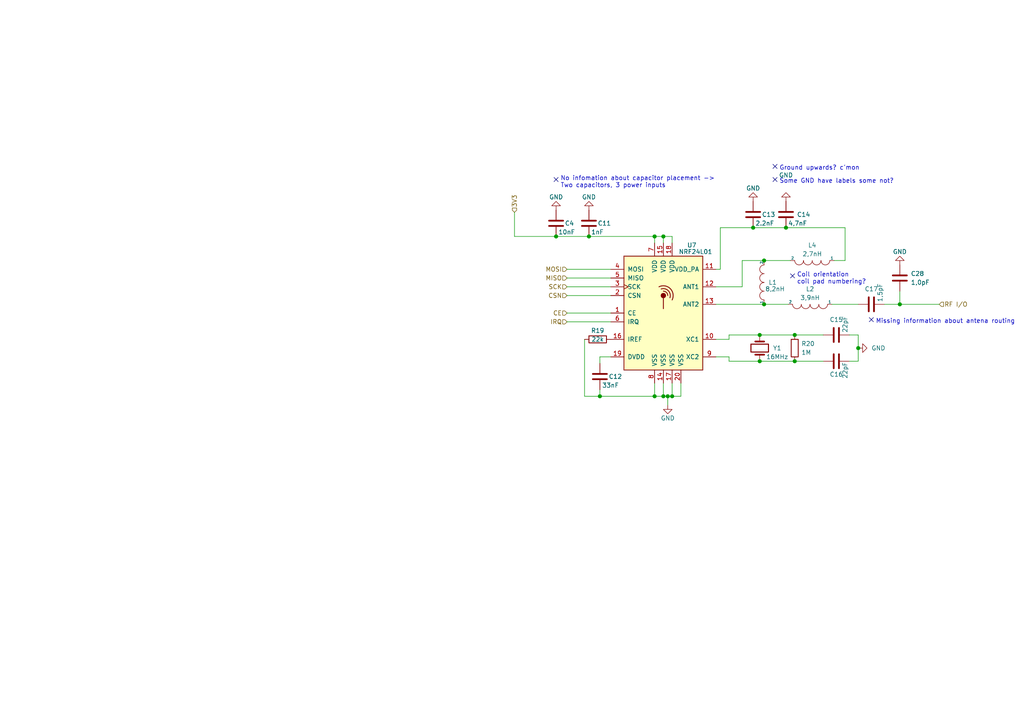
<source format=kicad_sch>
(kicad_sch (version 20210621) (generator eeschema)
  (paper "A4")
  (lib_symbols
    (symbol "Device:C" (pin_numbers hide) (pin_names (offset 0.254))
      (property "Reference" "C" (at 0.635 2.54 0))
      (property "Value" "C" (at 0.635 -2.54 0))
      (symbol "C_0_1"
        (polyline (pts (xy -2.032 -0.762) (xy 2.032 -0.762)) (stroke (width 0.508)))
        (polyline (pts (xy -2.032 0.762) (xy 2.032 0.762)) (stroke (width 0.508)))
      )
      (symbol "C_1_1"
        (pin passive line (at 0 3.81 270) (length 2.794) (name "~") (number "1"))
        (pin passive line (at 0 -3.81 90) (length 2.794) (name "~") (number "2"))
      )
    )
    (symbol "Device:Crystal" (pin_numbers hide) (pin_names (offset 1.016) hide)
      (property "Reference" "Y" (at 0 3.81 0))
      (property "Value" "Crystal" (at 0 -3.81 0))
      (symbol "Crystal_0_1"
        (rectangle (start -1.143 2.54) (end 1.143 -2.54) (stroke (width 0.3048)))
        (polyline (pts (xy -2.54 0) (xy -1.905 0)))
        (polyline (pts (xy -1.905 -1.27) (xy -1.905 1.27)) (stroke (width 0.508)))
        (polyline (pts (xy 1.905 -1.27) (xy 1.905 1.27)) (stroke (width 0.508)))
        (polyline (pts (xy 2.54 0) (xy 1.905 0)))
      )
      (symbol "Crystal_1_1"
        (pin passive line (at -3.81 0 0) (length 1.27) (name "1") (number "1"))
        (pin passive line (at 3.81 0 180) (length 1.27) (name "2") (number "2"))
      )
    )
    (symbol "Device:R" (pin_numbers hide) (pin_names (offset 0))
      (property "Reference" "R" (at 2.032 0 90))
      (property "Value" "R" (at 0 0 90))
      (symbol "R_0_1"
        (rectangle (start -1.016 -2.54) (end 1.016 2.54) (stroke (width 0.254)))
      )
      (symbol "R_1_1"
        (pin passive line (at 0 3.81 270) (length 1.27) (name "~") (number "1"))
        (pin passive line (at 0 -3.81 90) (length 1.27) (name "~") (number "2"))
      )
    )
    (symbol "RF:NRF24L01" (pin_names (offset 1.016))
      (property "Reference" "U" (at -11.43 17.78 0))
      (property "Value" "NRF24L01" (at 5.08 17.78 0))
      (symbol "NRF24L01_0_1"
        (arc (start -1.27 7.62) (end 2.54 3.81) (radius (at 0 5.08) (length 2.8448) (angles 116.6 -26.6)) (stroke (width 0.254)))
        (arc (start 0 6.35) (end 1.27 5.08) (radius (at 0 5.1054) (length 1.2446) (angles 90 -1.1)) (stroke (width 0.254)))
        (arc (start -0.635 6.985) (end 1.905 4.445) (radius (at 0 5.1054) (length 1.9812) (angles 108.7 -19.1)) (stroke (width 0.254)))
        (circle (center 0 5.08) (radius 0.635) (stroke (width 0.254)) (fill (type outline)))
        (rectangle (start 11.43 -13.97) (end 11.43 -13.97))
        (rectangle (start -11.43 16.51) (end 11.43 -16.51) (stroke (width 0.254)) (fill (type background)))
        (polyline (pts (xy 0 4.445) (xy 0 1.27)) (stroke (width 0.254)))
      )
      (symbol "NRF24L01_1_1"
        (pin input line (at -15.24 0 0) (length 3.81) (name "CE") (number "1"))
        (pin passive line (at 15.24 -7.62 180) (length 3.81) (name "XC1") (number "10"))
        (pin power_out line (at 15.24 12.7 180) (length 3.81) (name "VDD_PA") (number "11"))
        (pin passive line (at 15.24 7.62 180) (length 3.81) (name "ANT1") (number "12"))
        (pin passive line (at 15.24 2.54 180) (length 3.81) (name "ANT2") (number "13"))
        (pin power_in line (at 0 -20.32 90) (length 3.81) (name "VSS") (number "14"))
        (pin power_in line (at 0 20.32 270) (length 3.81) (name "VDD") (number "15"))
        (pin passive line (at -15.24 -7.62 0) (length 3.81) (name "IREF") (number "16"))
        (pin power_in line (at 2.54 -20.32 90) (length 3.81) (name "VSS") (number "17"))
        (pin power_in line (at 2.54 20.32 270) (length 3.81) (name "VDD") (number "18"))
        (pin power_out line (at -15.24 -12.7 0) (length 3.81) (name "DVDD") (number "19"))
        (pin input line (at -15.24 5.08 0) (length 3.81) (name "CSN") (number "2"))
        (pin power_in line (at 5.08 -20.32 90) (length 3.81) (name "VSS") (number "20"))
        (pin input clock (at -15.24 7.62 0) (length 3.81) (name "SCK") (number "3"))
        (pin input line (at -15.24 12.7 0) (length 3.81) (name "MOSI") (number "4"))
        (pin output line (at -15.24 10.16 0) (length 3.81) (name "MISO") (number "5"))
        (pin output line (at -15.24 -2.54 0) (length 3.81) (name "IRQ") (number "6"))
        (pin power_in line (at -2.54 20.32 270) (length 3.81) (name "VDD") (number "7"))
        (pin power_in line (at -2.54 -20.32 90) (length 3.81) (name "VSS") (number "8"))
        (pin passive line (at 15.24 -12.7 180) (length 3.81) (name "XC2") (number "9"))
      )
    )
    (symbol "power:GND" (power) (pin_names (offset 0))
      (property "Value" "GND" (at 0 -3.81 0))
      (symbol "GND_0_1"
        (polyline (pts (xy 0 0) (xy 0 -1.27) (xy 1.27 -1.27) (xy 0 -2.54) (xy -1.27 -1.27) (xy 0 -1.27)))
      )
      (symbol "GND_1_1"
        (pin power_in line (at 0 0 270) (length 0) hide (name "GND") (number "1"))
      )
    )
    (symbol "pspice:INDUCTOR" (pin_numbers hide) (pin_names (offset 0))
      (property "Reference" "L" (at 0 2.54 0))
      (property "Value" "INDUCTOR" (at 0 -1.27 0))
      (symbol "INDUCTOR_0_1"
        (arc (start -2.54 0) (end -5.08 0) (radius (at -3.81 0) (length 1.27) (angles 0.1 179.9)))
        (arc (start 0 0) (end -2.54 0) (radius (at -1.27 0) (length 1.27) (angles 0.1 179.9)))
        (arc (start 2.54 0) (end 0 0) (radius (at 1.27 0) (length 1.27) (angles 0.1 179.9)))
        (arc (start 5.08 0) (end 2.54 0) (radius (at 3.81 0) (length 1.27) (angles 0.1 179.9)))
      )
      (symbol "INDUCTOR_1_1"
        (pin input line (at -6.35 0 0) (length 1.27) (name "1") (number "1"))
        (pin input line (at 6.35 0 180) (length 1.27) (name "2") (number "2"))
      )
    )
  )
  (junction (at 161.29 68.58) (diameter 1.016))
  (junction (at 170.815 68.58) (diameter 1.016))
  (junction (at 173.99 114.935) (diameter 1.016))
  (junction (at 189.865 68.58) (diameter 1.016))
  (junction (at 189.865 114.935) (diameter 1.016))
  (junction (at 192.405 68.58) (diameter 1.016))
  (junction (at 192.405 114.935) (diameter 1.016))
  (junction (at 193.675 114.935) (diameter 1.016))
  (junction (at 194.945 114.935) (diameter 1.016))
  (junction (at 218.44 66.04) (diameter 1.016))
  (junction (at 220.345 97.155) (diameter 1.016))
  (junction (at 220.345 104.775) (diameter 1.016))
  (junction (at 221.615 75.565) (diameter 1.016))
  (junction (at 221.615 88.265) (diameter 1.016))
  (junction (at 227.965 66.04) (diameter 1.016))
  (junction (at 230.505 97.155) (diameter 1.016))
  (junction (at 230.505 104.775) (diameter 1.016))
  (junction (at 248.92 100.965) (diameter 1.016))
  (junction (at 260.985 88.265) (diameter 1.016))
  (no_connect (at 161.29 52.07))
  (no_connect (at 224.79 48.26))
  (no_connect (at 224.79 52.07))
  (no_connect (at 229.87 80.01))
  (no_connect (at 252.73 92.71))
  (wire (pts (xy 149.225 61.595) (xy 149.225 68.58)))
  (wire (pts (xy 149.225 68.58) (xy 161.29 68.58)))
  (wire (pts (xy 161.29 68.58) (xy 170.815 68.58)))
  (wire (pts (xy 164.465 78.105) (xy 177.165 78.105)))
  (wire (pts (xy 164.465 80.645) (xy 177.165 80.645)))
  (wire (pts (xy 164.465 83.185) (xy 177.165 83.185)))
  (wire (pts (xy 164.465 85.725) (xy 177.165 85.725)))
  (wire (pts (xy 164.465 90.805) (xy 177.165 90.805)))
  (wire (pts (xy 164.465 93.345) (xy 177.165 93.345)))
  (wire (pts (xy 169.545 114.935) (xy 169.545 98.425)))
  (wire (pts (xy 170.815 68.58) (xy 189.865 68.58)))
  (wire (pts (xy 173.99 103.505) (xy 177.165 103.505)))
  (wire (pts (xy 173.99 105.41) (xy 173.99 103.505)))
  (wire (pts (xy 173.99 113.03) (xy 173.99 114.935)))
  (wire (pts (xy 173.99 114.935) (xy 169.545 114.935)))
  (wire (pts (xy 173.99 114.935) (xy 189.865 114.935)))
  (wire (pts (xy 189.865 68.58) (xy 189.865 70.485)))
  (wire (pts (xy 189.865 68.58) (xy 192.405 68.58)))
  (wire (pts (xy 189.865 111.125) (xy 189.865 114.935)))
  (wire (pts (xy 189.865 114.935) (xy 192.405 114.935)))
  (wire (pts (xy 192.405 68.58) (xy 192.405 70.485)))
  (wire (pts (xy 192.405 68.58) (xy 194.945 68.58)))
  (wire (pts (xy 192.405 111.125) (xy 192.405 114.935)))
  (wire (pts (xy 192.405 114.935) (xy 193.675 114.935)))
  (wire (pts (xy 193.675 114.935) (xy 194.945 114.935)))
  (wire (pts (xy 193.675 117.475) (xy 193.675 114.935)))
  (wire (pts (xy 194.945 70.485) (xy 194.945 68.58)))
  (wire (pts (xy 194.945 111.125) (xy 194.945 114.935)))
  (wire (pts (xy 194.945 114.935) (xy 197.485 114.935)))
  (wire (pts (xy 197.485 114.935) (xy 197.485 111.125)))
  (wire (pts (xy 207.645 78.105) (xy 208.915 78.105)))
  (wire (pts (xy 207.645 83.185) (xy 215.265 83.185)))
  (wire (pts (xy 207.645 88.265) (xy 221.615 88.265)))
  (wire (pts (xy 208.915 66.04) (xy 208.915 78.105)))
  (wire (pts (xy 211.455 97.155) (xy 211.455 98.425)))
  (wire (pts (xy 211.455 97.155) (xy 220.345 97.155)))
  (wire (pts (xy 211.455 98.425) (xy 207.645 98.425)))
  (wire (pts (xy 211.455 103.505) (xy 207.645 103.505)))
  (wire (pts (xy 211.455 104.775) (xy 211.455 103.505)))
  (wire (pts (xy 211.455 104.775) (xy 220.345 104.775)))
  (wire (pts (xy 215.265 75.565) (xy 221.615 75.565)))
  (wire (pts (xy 215.265 83.185) (xy 215.265 75.565)))
  (wire (pts (xy 218.44 66.04) (xy 208.915 66.04)))
  (wire (pts (xy 221.615 75.565) (xy 229.235 75.565)))
  (wire (pts (xy 221.615 88.265) (xy 228.6 88.265)))
  (wire (pts (xy 227.965 66.04) (xy 218.44 66.04)))
  (wire (pts (xy 230.505 97.155) (xy 220.345 97.155)))
  (wire (pts (xy 230.505 97.155) (xy 238.76 97.155)))
  (wire (pts (xy 230.505 104.775) (xy 220.345 104.775)))
  (wire (pts (xy 230.505 104.775) (xy 238.76 104.775)))
  (wire (pts (xy 241.3 88.265) (xy 248.92 88.265)))
  (wire (pts (xy 241.935 75.565) (xy 245.11 75.565)))
  (wire (pts (xy 245.11 66.04) (xy 227.965 66.04)))
  (wire (pts (xy 245.11 75.565) (xy 245.11 66.04)))
  (wire (pts (xy 246.38 97.155) (xy 248.92 97.155)))
  (wire (pts (xy 248.92 97.155) (xy 248.92 100.965)))
  (wire (pts (xy 248.92 100.965) (xy 248.92 104.775)))
  (wire (pts (xy 248.92 104.775) (xy 246.38 104.775)))
  (wire (pts (xy 256.54 88.265) (xy 260.985 88.265)))
  (wire (pts (xy 260.985 88.265) (xy 260.985 84.455)))
  (wire (pts (xy 260.985 88.265) (xy 272.415 88.265)))
  (text "No infomation about capacitor placement ->\nTwo capacitors, 3 power inputs\n" (at 162.56 54.61 0) (effects (font (size 1.27 1.27)) (justify left bottom)))
  (text "Ground upwards? c'mon" (at 226.06 49.53 0) (effects (font (size 1.27 1.27)) (justify left bottom)))
  (text "Some GND have labels some not?" (at 226.06 53.34 0) (effects (font (size 1.27 1.27)) (justify left bottom)))
  (text "Coil orientation\ncoil pad numbering?" (at 231.14 82.55 0) (effects (font (size 1.27 1.27)) (justify left bottom)))
  (text "Missing information about antena routing" (at 254 93.98 0) (effects (font (size 1.27 1.27)) (justify left bottom)))
  (hierarchical_label "3V3" (shape input) (at 149.225 61.595 90))
  (hierarchical_label "MOSI" (shape input) (at 164.465 78.105 180))
  (hierarchical_label "MISO" (shape input) (at 164.465 80.645 180))
  (hierarchical_label "SCK" (shape input) (at 164.465 83.185 180))
  (hierarchical_label "CSN" (shape input) (at 164.465 85.725 180))
  (hierarchical_label "CE" (shape input) (at 164.465 90.805 180))
  (hierarchical_label "IRQ" (shape input) (at 164.465 93.345 180))
  (hierarchical_label "RF I{slash}O" (shape input) (at 272.415 88.265 0))
  (symbol (lib_id "power:GND") (at 161.29 60.96 180) (unit 1)
    (property "Reference" "#PWR0110" (effects hide))
    (property "Value" "GND" (at 161.29 57.15 0))
  )
  (symbol (lib_id "power:GND") (at 170.815 60.96 180) (unit 1)
    (property "Reference" "#PWR0111" (effects hide))
    (property "Value" "~" (at 170.815 57.15 0))
  )
  (symbol (lib_id "power:GND") (at 193.675 117.475 0) (unit 1)
    (property "Reference" "#PWR0109" (effects hide))
    (property "Value" "GND" (at 193.675 121.285 0))
  )
  (symbol (lib_id "power:GND") (at 218.44 58.42 180) (unit 1)
    (property "Reference" "#PWR0115" (effects hide))
    (property "Value" "GND" (at 218.44 54.61 0))
  )
  (symbol (lib_id "power:GND") (at 227.965 58.42 180) (unit 1)
    (property "Reference" "#PWR0114" (effects hide))
    (property "Value" "~" (at 227.965 50.8 0))
  )
  (symbol (lib_id "power:GND") (at 248.92 100.965 90) (unit 1)
    (property "Reference" "#PWR0113" (effects hide))
    (property "Value" "GND" (at 252.73 100.9649 90) (effects (justify right)))
  )
  (symbol (lib_id "power:GND") (at 260.985 76.835 180) (unit 1)
    (property "Reference" "#PWR0112" (effects hide))
    (property "Value" "~" (at 260.985 73.025 0))
  )
  (symbol (lib_id "Device:R") (at 173.355 98.425 90) (unit 1)
    (property "Reference" "R19" (at 173.355 95.885 90))
    (property "Value" "22k" (at 173.355 98.425 90))
  )
  (symbol (lib_id "Device:R") (at 230.505 100.965 0) (unit 1)
    (property "Reference" "R20" (at 232.41 99.6949 0) (effects (justify left)))
    (property "Value" "1M" (at 232.41 102.2349 0) (effects (justify left)))
  )
  (symbol (lib_id "pspice:INDUCTOR") (at 221.615 81.915 90) (unit 1)
    (property "Reference" "L1" (at 222.885 81.9149 90) (effects (justify right)))
    (property "Value" "8,2nH" (at 224.79 83.82 90))
  )
  (symbol (lib_id "pspice:INDUCTOR") (at 234.95 88.265 180) (unit 1)
    (property "Reference" "L2" (at 234.95 83.82 0))
    (property "Value" "3,9nH" (at 234.95 86.36 0))
  )
  (symbol (lib_id "pspice:INDUCTOR") (at 235.585 75.565 180) (unit 1)
    (property "Reference" "L4" (at 235.585 71.12 0))
    (property "Value" "2,7nH" (at 235.585 73.66 0))
  )
  (symbol (lib_id "Device:C") (at 161.29 64.77 0) (unit 1)
    (property "Reference" "C4" (at 163.83 64.7699 0) (effects (justify left)))
    (property "Value" "10nF" (at 161.925 67.31 0) (effects (justify left)))
  )
  (symbol (lib_id "Device:C") (at 170.815 64.77 0) (unit 1)
    (property "Reference" "C11" (at 173.355 64.7699 0) (effects (justify left)))
    (property "Value" "1nF" (at 171.45 67.31 0) (effects (justify left)))
  )
  (symbol (lib_id "Device:C") (at 173.99 109.22 0) (unit 1)
    (property "Reference" "C12" (at 176.53 109.2199 0) (effects (justify left)))
    (property "Value" "33nF" (at 174.625 111.76 0) (effects (justify left)))
  )
  (symbol (lib_id "Device:C") (at 218.44 62.23 0) (unit 1)
    (property "Reference" "C13" (at 220.98 62.2299 0) (effects (justify left)))
    (property "Value" "2.2nF" (at 219.075 64.77 0) (effects (justify left)))
  )
  (symbol (lib_id "Device:C") (at 227.965 62.23 0) (unit 1)
    (property "Reference" "C14" (at 231.14 62.2299 0) (effects (justify left)))
    (property "Value" "4,7nF" (at 228.6 64.77 0) (effects (justify left)))
  )
  (symbol (lib_id "Device:C") (at 242.57 97.155 90) (unit 1)
    (property "Reference" "C15" (at 242.57 92.71 90))
    (property "Value" "22pF" (at 245.11 96.52 0) (effects (justify left)))
  )
  (symbol (lib_id "Device:C") (at 242.57 104.775 90) (unit 1)
    (property "Reference" "C16" (at 242.57 108.585 90))
    (property "Value" "22pF" (at 245.11 109.855 0) (effects (justify left)))
  )
  (symbol (lib_id "Device:C") (at 252.73 88.265 90) (unit 1)
    (property "Reference" "C17" (at 252.73 83.82 90))
    (property "Value" "1,5pF" (at 255.27 87.63 0) (effects (justify left)))
  )
  (symbol (lib_id "Device:C") (at 260.985 80.645 180) (unit 1)
    (property "Reference" "C28" (at 264.16 79.3749 0) (effects (justify right)))
    (property "Value" "1,0pF" (at 264.16 81.9149 0) (effects (justify right)))
  )
  (symbol (lib_id "Device:Crystal") (at 220.345 100.965 90) (unit 1)
    (property "Reference" "Y1" (at 224.155 100.9649 90) (effects (justify right)))
    (property "Value" "16MHz" (at 225.425 103.505 90))
  )
  (symbol (lib_id "RF:NRF24L01") (at 192.405 90.805 0) (unit 1)
    (property "Reference" "U7" (at 200.66 71.12 0))
    (property "Value" "NRF24L01" (at 196.85 73.025 0) (effects (justify left)))
    (property "Footprint" "Package_DFN_QFN:QFN-20-1EP_4x4mm_P0.5mm_EP2.5x2.5mm" (effects hide))
    (property "Datasheet" "http://www.nordicsemi.com/eng/content/download/2730/34105/file/nRF24L01_Product_Specification_v2_0.pdf" (effects hide))
  )
)
</source>
